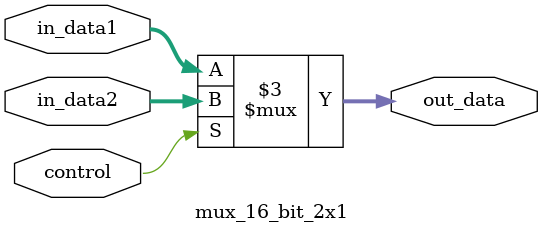
<source format=v>
`timescale 1ns / 1ps
module mux_16_bit_2x1(
		in_data1,
		in_data2,
		control,
		out_data
    );
input control;
input [15:0] in_data1, in_data2;
output reg [15:0] out_data;

always @(*)
begin
	if (control) out_data <= in_data2;
	else out_data <= in_data1;
end

endmodule

</source>
